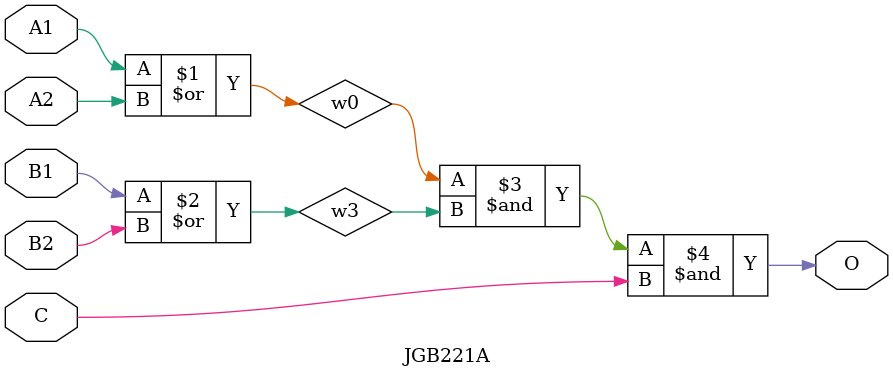
<source format=v>
module JGB221A(A1, A2, B1, B2, C, O);
input   A1;
input   A2;
input   B1;
input   B2;
input   C;
output  O;
or g0(w0, A1, A2);
or g1(w3, B1, B2);
and g2(O, w0, w3, C);
endmodule
</source>
